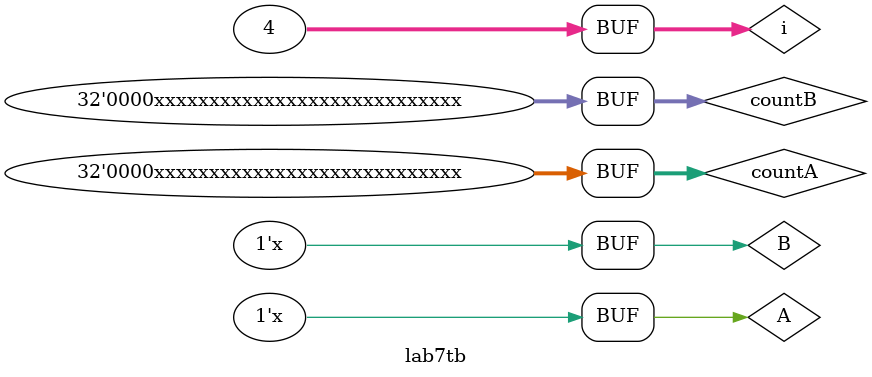
<source format=v>
`timescale 1ns/1ps

module lab7tb();

reg A,B;
wire F1,F2,F3;
lab7 test(A,B,F1,F2,F3);

integer countA=12;
integer countB=5;
integer i;
initial begin
A=1'b0;
B=1'b0;
end

always begin
for (i=0; i<4; i=i+1) begin
#20 A=countA&1;
    B=countB&1;
    countA=countA>>1;
	countB=countB>>1;
end
end

endmodule
</source>
